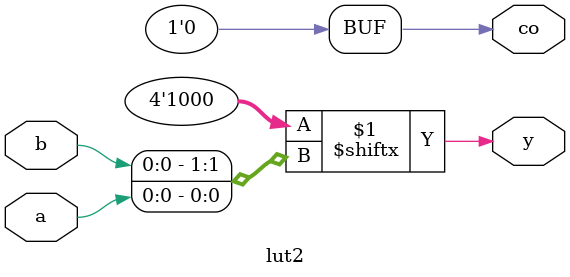
<source format=v>
module lut2 (input a, b, output y, co);
parameter [3:0] content = 4'b1000;
assign y = content[{b, a}];
assign co = 1'b0;
endmodule

</source>
